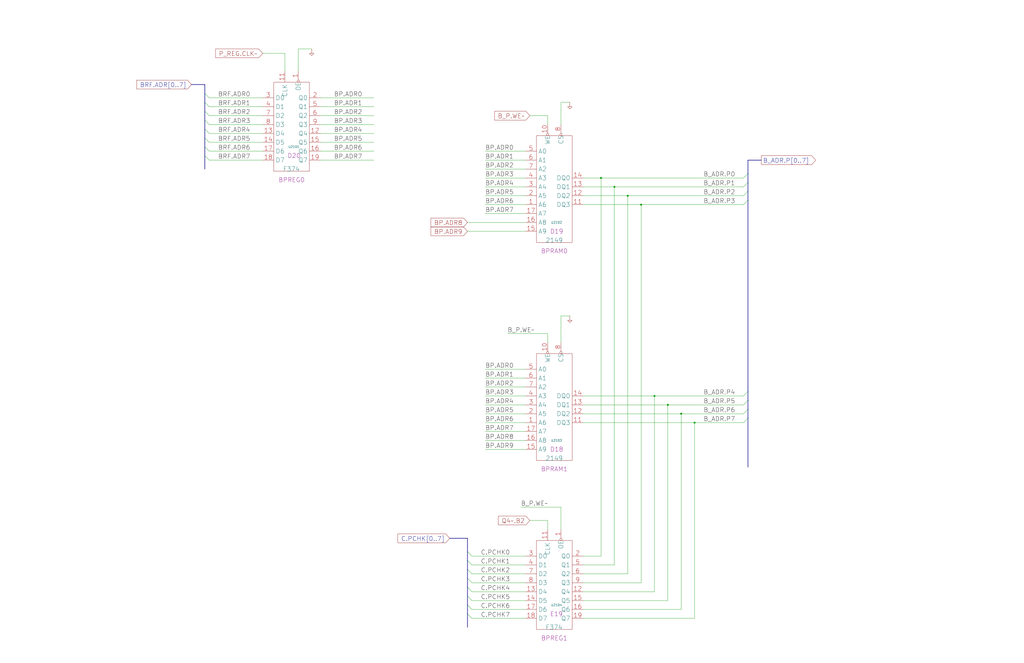
<source format=kicad_sch>
(kicad_sch (version 20230121) (generator eeschema)
  (paper "User" 584.2 378.46)
  (title_block (title "REGISTER FILE B PARITY") (date "15-MAR-90") (rev "1.0") (comment 1 "TYPE") (comment 2 "232-003062") (comment 3 "S400") (comment 4 "RELEASED"))
  (lib_symbols
    (symbol "r1000:2149" (pin_names (offset 1.016))
      (property "Reference" "U" (at 2.54 5.08 0))
      (property "Value" "2149" (at -3.81 -5.08 0))
      (property "Location" "___" (at -1.27 0 0))
      (property "Name" "______" (at 1.27 -12.7 0))
      (symbol "2149_1_1"
        (rectangle (start -8.89 54.61) (end 11.43 -6.35))
        (circle (center -2.54 55.245) (radius 0.635))
        (circle (center 5.08 55.245) (radius 0.635))
        (pin input line (at -15.24 15.24 0) (length 6.35) (name "A6") (number "1"))
        (pin input line (at -2.54 60.96 270) (length 5.08) (name "WE") (number "10"))
        (pin bidirectional line (at 17.78 15.24 180) (length 6.35) (name "DQ3") (number "11"))
        (pin bidirectional line (at 17.78 20.32 180) (length 6.35) (name "DQ2") (number "12"))
        (pin bidirectional line (at 17.78 25.4 180) (length 6.35) (name "DQ1") (number "13"))
        (pin bidirectional line (at 17.78 30.48 180) (length 6.35) (name "DQ0") (number "14"))
        (pin input line (at -15.24 0 0) (length 6.35) (name "A9") (number "15"))
        (pin input line (at -15.24 5.08 0) (length 6.35) (name "A8") (number "16"))
        (pin input line (at -15.24 10.16 0) (length 6.35) (name "A7") (number "17"))
        (pin input line (at -15.24 20.32 0) (length 6.35) (name "A5") (number "2"))
        (pin input line (at -15.24 25.4 0) (length 6.35) (name "A4") (number "3"))
        (pin input line (at -15.24 30.48 0) (length 6.35) (name "A3") (number "4"))
        (pin input line (at -15.24 45.72 0) (length 6.35) (name "A0") (number "5"))
        (pin input line (at -15.24 40.64 0) (length 6.35) (name "A1") (number "6"))
        (pin input line (at -15.24 35.56 0) (length 6.35) (name "A2") (number "7"))
        (pin input line (at 5.08 60.96 270) (length 5.08) (name "CS") (number "8"))
      )
    )
    (symbol "r1000:F374" (pin_names (offset 1.016))
      (property "Reference" "U" (at 2.54 5.08 0))
      (property "Value" "F374" (at -3.81 -7.62 0))
      (property "Location" "___" (at -1.27 0 0))
      (property "Name" "______" (at 1.27 -15.24 0))
      (symbol "F374_1_1"
        (rectangle (start -8.89 41.91) (end 11.43 -8.89))
        (circle (center 5.08 42.545) (radius 0.635))
        (pin input line (at 5.08 48.26 270) (length 5.08) (name "OE") (number "1"))
        (pin input line (at -2.54 48.26 270) (length 6.35) (name "CLK") (number "11"))
        (pin tri_state line (at 17.78 12.7 180) (length 6.35) (name "Q4") (number "12"))
        (pin input line (at -15.24 12.7 0) (length 6.35) (name "D4") (number "13"))
        (pin input line (at -15.24 7.62 0) (length 6.35) (name "D5") (number "14"))
        (pin tri_state line (at 17.78 7.62 180) (length 6.35) (name "Q5") (number "15"))
        (pin tri_state line (at 17.78 2.54 180) (length 6.35) (name "Q6") (number "16"))
        (pin input line (at -15.24 2.54 0) (length 6.35) (name "D6") (number "17"))
        (pin input line (at -15.24 -2.54 0) (length 6.35) (name "D7") (number "18"))
        (pin tri_state line (at 17.78 -2.54 180) (length 6.35) (name "Q7") (number "19"))
        (pin tri_state line (at 17.78 33.02 180) (length 6.35) (name "Q0") (number "2"))
        (pin input line (at -15.24 33.02 0) (length 6.35) (name "D0") (number "3"))
        (pin input line (at -15.24 27.94 0) (length 6.35) (name "D1") (number "4"))
        (pin tri_state line (at 17.78 27.94 180) (length 6.35) (name "Q1") (number "5"))
        (pin tri_state line (at 17.78 22.86 180) (length 6.35) (name "Q2") (number "6"))
        (pin input line (at -15.24 22.86 0) (length 6.35) (name "D2") (number "7"))
        (pin input line (at -15.24 17.78 0) (length 6.35) (name "D3") (number "8"))
        (pin tri_state line (at 17.78 17.78 180) (length 6.35) (name "Q3") (number "9"))
      )
    )
    (symbol "r1000:PD" (power) (pin_numbers hide) (pin_names hide) (in_bom no)
      (symbol "PD_0_1"
        (polyline (pts (xy 0 -2.54) (xy 1.27 -2.54) (xy 0 -3.81) (xy -1.27 -2.54) (xy 0 -2.54)) (stroke (width 0.1524)))
      )
      (symbol "PD_1_1"
        (pin power_in line (at 0 0 270) (length 2.54) (name "PD") (number "1"))
      )
    )
  )
  (junction (at 388.62 236.22))
  (junction (at 342.9 101.6))
  (junction (at 365.76 116.84))
  (junction (at 373.38 226.06))
  (junction (at 381 231.14))
  (junction (at 396.24 241.3))
  (junction (at 350.52 106.68))
  (junction (at 358.14 111.76))
  (bus_entry (at 116.84 83.82) (size 2.54 2.54))
  (bus_entry (at 116.84 68.58) (size 2.54 2.54))
  (bus_entry (at 266.7 345.44) (size 2.54 2.54))
  (bus_entry (at 426.72 99.06) (size -2.54 2.54))
  (bus_entry (at 116.84 88.9) (size 2.54 2.54))
  (bus_entry (at 116.84 53.34) (size 2.54 2.54))
  (bus_entry (at 426.72 104.14) (size -2.54 2.54))
  (bus_entry (at 116.84 73.66) (size 2.54 2.54))
  (bus_entry (at 266.7 350.52) (size 2.54 2.54))
  (bus_entry (at 116.84 58.42) (size 2.54 2.54))
  (bus_entry (at 426.72 228.6) (size -2.54 2.54))
  (bus_entry (at 426.72 233.68) (size -2.54 2.54))
  (bus_entry (at 426.72 109.22) (size -2.54 2.54))
  (bus_entry (at 266.7 314.96) (size 2.54 2.54))
  (bus_entry (at 266.7 330.2) (size 2.54 2.54))
  (bus_entry (at 266.7 340.36) (size 2.54 2.54))
  (bus_entry (at 116.84 63.5) (size 2.54 2.54))
  (bus_entry (at 266.7 320.04) (size 2.54 2.54))
  (bus_entry (at 116.84 78.74) (size 2.54 2.54))
  (bus_entry (at 266.7 335.28) (size 2.54 2.54))
  (bus_entry (at 426.72 223.52) (size -2.54 2.54))
  (bus_entry (at 426.72 114.3) (size -2.54 2.54))
  (bus_entry (at 426.72 238.76) (size -2.54 2.54))
  (bus_entry (at 266.7 325.12) (size 2.54 2.54))
  (bus (pts (xy 426.72 223.52) (xy 426.72 228.6)))
  (wire (pts (xy 119.38 66.04) (xy 149.86 66.04)))
  (wire (pts (xy 396.24 353.06) (xy 396.24 241.3)))
  (wire (pts (xy 276.86 226.06) (xy 299.72 226.06)))
  (wire (pts (xy 332.74 101.6) (xy 342.9 101.6)))
  (wire (pts (xy 276.86 101.6) (xy 299.72 101.6)))
  (wire (pts (xy 182.88 91.44) (xy 213.36 91.44)))
  (bus (pts (xy 116.84 88.9) (xy 116.84 96.52)))
  (wire (pts (xy 358.14 327.66) (xy 358.14 111.76)))
  (wire (pts (xy 332.74 342.9) (xy 381 342.9)))
  (wire (pts (xy 182.88 76.2) (xy 213.36 76.2)))
  (wire (pts (xy 276.86 106.68) (xy 299.72 106.68)))
  (wire (pts (xy 332.74 322.58) (xy 350.52 322.58)))
  (bus (pts (xy 266.7 307.34) (xy 266.7 314.96)))
  (wire (pts (xy 312.42 297.18) (xy 302.26 297.18)))
  (bus (pts (xy 426.72 104.14) (xy 426.72 109.22)))
  (bus (pts (xy 426.72 114.3) (xy 426.72 223.52)))
  (wire (pts (xy 342.9 317.5) (xy 342.9 101.6)))
  (wire (pts (xy 269.24 347.98) (xy 299.72 347.98)))
  (wire (pts (xy 266.7 132.08) (xy 299.72 132.08)))
  (bus (pts (xy 116.84 58.42) (xy 116.84 63.5)))
  (wire (pts (xy 269.24 353.06) (xy 299.72 353.06)))
  (wire (pts (xy 269.24 327.66) (xy 299.72 327.66)))
  (wire (pts (xy 320.04 58.42) (xy 325.12 58.42)))
  (wire (pts (xy 182.88 71.12) (xy 213.36 71.12)))
  (wire (pts (xy 269.24 332.74) (xy 299.72 332.74)))
  (wire (pts (xy 373.38 226.06) (xy 424.18 226.06)))
  (wire (pts (xy 332.74 347.98) (xy 388.62 347.98)))
  (bus (pts (xy 426.72 109.22) (xy 426.72 114.3)))
  (bus (pts (xy 116.84 78.74) (xy 116.84 83.82)))
  (wire (pts (xy 365.76 116.84) (xy 424.18 116.84)))
  (wire (pts (xy 396.24 241.3) (xy 424.18 241.3)))
  (wire (pts (xy 276.86 121.92) (xy 299.72 121.92)))
  (bus (pts (xy 266.7 330.2) (xy 266.7 335.28)))
  (bus (pts (xy 266.7 320.04) (xy 266.7 325.12)))
  (wire (pts (xy 170.18 27.94) (xy 170.18 40.64)))
  (wire (pts (xy 182.88 66.04) (xy 213.36 66.04)))
  (wire (pts (xy 332.74 353.06) (xy 396.24 353.06)))
  (wire (pts (xy 332.74 106.68) (xy 350.52 106.68)))
  (wire (pts (xy 162.56 40.64) (xy 162.56 30.48)))
  (wire (pts (xy 320.04 180.34) (xy 325.12 180.34)))
  (wire (pts (xy 276.86 215.9) (xy 299.72 215.9)))
  (bus (pts (xy 116.84 53.34) (xy 116.84 58.42)))
  (wire (pts (xy 350.52 322.58) (xy 350.52 106.68)))
  (wire (pts (xy 276.86 251.46) (xy 299.72 251.46)))
  (bus (pts (xy 266.7 325.12) (xy 266.7 330.2)))
  (wire (pts (xy 332.74 111.76) (xy 358.14 111.76)))
  (wire (pts (xy 358.14 111.76) (xy 424.18 111.76)))
  (wire (pts (xy 276.86 86.36) (xy 299.72 86.36)))
  (bus (pts (xy 116.84 48.26) (xy 116.84 53.34)))
  (bus (pts (xy 116.84 63.5) (xy 116.84 68.58)))
  (wire (pts (xy 276.86 116.84) (xy 299.72 116.84)))
  (wire (pts (xy 276.86 231.14) (xy 299.72 231.14)))
  (wire (pts (xy 332.74 226.06) (xy 373.38 226.06)))
  (wire (pts (xy 332.74 231.14) (xy 381 231.14)))
  (wire (pts (xy 332.74 116.84) (xy 365.76 116.84)))
  (wire (pts (xy 276.86 210.82) (xy 299.72 210.82)))
  (wire (pts (xy 312.42 66.04) (xy 302.26 66.04)))
  (wire (pts (xy 365.76 332.74) (xy 365.76 116.84)))
  (wire (pts (xy 269.24 322.58) (xy 299.72 322.58)))
  (wire (pts (xy 312.42 71.12) (xy 312.42 66.04)))
  (bus (pts (xy 426.72 233.68) (xy 426.72 238.76)))
  (bus (pts (xy 109.22 48.26) (xy 116.84 48.26)))
  (wire (pts (xy 320.04 71.12) (xy 320.04 58.42)))
  (bus (pts (xy 266.7 314.96) (xy 266.7 320.04)))
  (bus (pts (xy 426.72 238.76) (xy 426.72 266.7)))
  (wire (pts (xy 388.62 236.22) (xy 424.18 236.22)))
  (wire (pts (xy 373.38 337.82) (xy 373.38 226.06)))
  (wire (pts (xy 276.86 246.38) (xy 299.72 246.38)))
  (wire (pts (xy 332.74 332.74) (xy 365.76 332.74)))
  (wire (pts (xy 276.86 241.3) (xy 299.72 241.3)))
  (wire (pts (xy 182.88 60.96) (xy 213.36 60.96)))
  (wire (pts (xy 276.86 111.76) (xy 299.72 111.76)))
  (wire (pts (xy 182.88 81.28) (xy 213.36 81.28)))
  (wire (pts (xy 332.74 241.3) (xy 396.24 241.3)))
  (bus (pts (xy 426.72 91.44) (xy 426.72 99.06)))
  (wire (pts (xy 332.74 317.5) (xy 342.9 317.5)))
  (bus (pts (xy 426.72 228.6) (xy 426.72 233.68)))
  (wire (pts (xy 350.52 106.68) (xy 424.18 106.68)))
  (wire (pts (xy 276.86 256.54) (xy 299.72 256.54)))
  (wire (pts (xy 276.86 96.52) (xy 299.72 96.52)))
  (bus (pts (xy 266.7 340.36) (xy 266.7 345.44)))
  (wire (pts (xy 119.38 76.2) (xy 149.86 76.2)))
  (wire (pts (xy 381 231.14) (xy 424.18 231.14)))
  (wire (pts (xy 119.38 55.88) (xy 149.86 55.88)))
  (wire (pts (xy 276.86 91.44) (xy 299.72 91.44)))
  (bus (pts (xy 116.84 73.66) (xy 116.84 78.74)))
  (bus (pts (xy 266.7 345.44) (xy 266.7 350.52)))
  (wire (pts (xy 276.86 220.98) (xy 299.72 220.98)))
  (wire (pts (xy 119.38 60.96) (xy 149.86 60.96)))
  (bus (pts (xy 266.7 350.52) (xy 266.7 358.14)))
  (bus (pts (xy 266.7 335.28) (xy 266.7 340.36)))
  (wire (pts (xy 312.42 302.26) (xy 312.42 297.18)))
  (wire (pts (xy 119.38 86.36) (xy 149.86 86.36)))
  (wire (pts (xy 381 342.9) (xy 381 231.14)))
  (bus (pts (xy 426.72 99.06) (xy 426.72 104.14)))
  (wire (pts (xy 332.74 236.22) (xy 388.62 236.22)))
  (wire (pts (xy 269.24 317.5) (xy 299.72 317.5)))
  (bus (pts (xy 426.72 91.44) (xy 434.34 91.44)))
  (wire (pts (xy 269.24 337.82) (xy 299.72 337.82)))
  (wire (pts (xy 119.38 91.44) (xy 149.86 91.44)))
  (bus (pts (xy 256.54 307.34) (xy 266.7 307.34)))
  (wire (pts (xy 276.86 236.22) (xy 299.72 236.22)))
  (wire (pts (xy 162.56 30.48) (xy 149.86 30.48)))
  (wire (pts (xy 332.74 337.82) (xy 373.38 337.82)))
  (wire (pts (xy 182.88 55.88) (xy 213.36 55.88)))
  (wire (pts (xy 342.9 101.6) (xy 424.18 101.6)))
  (wire (pts (xy 332.74 327.66) (xy 358.14 327.66)))
  (wire (pts (xy 320.04 302.26) (xy 320.04 289.56)))
  (wire (pts (xy 266.7 127) (xy 299.72 127)))
  (wire (pts (xy 312.42 195.58) (xy 312.42 190.5)))
  (wire (pts (xy 119.38 81.28) (xy 149.86 81.28)))
  (wire (pts (xy 388.62 347.98) (xy 388.62 236.22)))
  (wire (pts (xy 119.38 71.12) (xy 149.86 71.12)))
  (wire (pts (xy 312.42 190.5) (xy 289.56 190.5)))
  (wire (pts (xy 182.88 86.36) (xy 213.36 86.36)))
  (wire (pts (xy 320.04 289.56) (xy 297.18 289.56)))
  (bus (pts (xy 116.84 83.82) (xy 116.84 88.9)))
  (wire (pts (xy 320.04 195.58) (xy 320.04 180.34)))
  (wire (pts (xy 177.8 27.94) (xy 170.18 27.94)))
  (wire (pts (xy 269.24 342.9) (xy 299.72 342.9)))
  (bus (pts (xy 116.84 68.58) (xy 116.84 73.66)))
  (label "BRF.ADR6" (at 124.46 86.36 0) (effects (font (size 2.54 2.54))))
  (label "BRF.ADR3" (at 124.46 71.12 0) (effects (font (size 2.54 2.54))))
  (label "BP.ADR2" (at 190.5 66.04 0) (effects (font (size 2.54 2.54))))
  (label "BP.ADR1" (at 276.86 91.44 0) (effects (font (size 2.54 2.54))))
  (label "BP.ADR0" (at 276.86 86.36 0) (effects (font (size 2.54 2.54))))
  (label "BP.ADR4" (at 276.86 106.68 0) (effects (font (size 2.54 2.54))))
  (label "BP.ADR4" (at 276.86 231.14 0) (effects (font (size 2.54 2.54))))
  (label "B_ADR.P2" (at 401.32 111.76 0) (effects (font (size 2.54 2.54))))
  (label "BP.ADR0" (at 276.86 210.82 0) (effects (font (size 2.54 2.54))))
  (label "BP.ADR0" (at 190.5 55.88 0) (effects (font (size 2.54 2.54))))
  (label "BP.ADR2" (at 276.86 96.52 0) (effects (font (size 2.54 2.54))))
  (label "BP.ADR5" (at 190.5 81.28 0) (effects (font (size 2.54 2.54))))
  (label "BP.ADR2" (at 276.86 220.98 0) (effects (font (size 2.54 2.54))))
  (label "BP.ADR3" (at 190.5 71.12 0) (effects (font (size 2.54 2.54))))
  (label "BP.ADR4" (at 190.5 76.2 0) (effects (font (size 2.54 2.54))))
  (label "BP.ADR1" (at 190.5 60.96 0) (effects (font (size 2.54 2.54))))
  (label "B_ADR.P6" (at 401.32 236.22 0) (effects (font (size 2.54 2.54))))
  (label "BRF.ADR7" (at 124.46 91.44 0) (effects (font (size 2.54 2.54))))
  (label "B_ADR.P3" (at 401.32 116.84 0) (effects (font (size 2.54 2.54))))
  (label "C.PCHK7" (at 274.32 353.06 0) (effects (font (size 2.54 2.54))))
  (label "BP.ADR6" (at 276.86 241.3 0) (effects (font (size 2.54 2.54))))
  (label "C.PCHK0" (at 274.32 317.5 0) (effects (font (size 2.54 2.54))))
  (label "B_P.WE~" (at 297.18 289.56 0) (effects (font (size 2.54 2.54))))
  (label "C.PCHK6" (at 274.32 347.98 0) (effects (font (size 2.54 2.54))))
  (label "C.PCHK3" (at 274.32 332.74 0) (effects (font (size 2.54 2.54))))
  (label "BP.ADR7" (at 276.86 121.92 0) (effects (font (size 2.54 2.54))))
  (label "BP.ADR3" (at 276.86 226.06 0) (effects (font (size 2.54 2.54))))
  (label "BP.ADR8" (at 276.86 251.46 0) (effects (font (size 2.54 2.54))))
  (label "BRF.ADR0" (at 124.46 55.88 0) (effects (font (size 2.54 2.54))))
  (label "C.PCHK5" (at 274.32 342.9 0) (effects (font (size 2.54 2.54))))
  (label "BP.ADR5" (at 276.86 111.76 0) (effects (font (size 2.54 2.54))))
  (label "B_ADR.P4" (at 401.32 226.06 0) (effects (font (size 2.54 2.54))))
  (label "BP.ADR5" (at 276.86 236.22 0) (effects (font (size 2.54 2.54))))
  (label "BP.ADR7" (at 276.86 246.38 0) (effects (font (size 2.54 2.54))))
  (label "BRF.ADR2" (at 124.46 66.04 0) (effects (font (size 2.54 2.54))))
  (label "B_ADR.P7" (at 401.32 241.3 0) (effects (font (size 2.54 2.54))))
  (label "C.PCHK2" (at 274.32 327.66 0) (effects (font (size 2.54 2.54))))
  (label "BP.ADR7" (at 190.5 91.44 0) (effects (font (size 2.54 2.54))))
  (label "BP.ADR6" (at 190.5 86.36 0) (effects (font (size 2.54 2.54))))
  (label "BRF.ADR4" (at 124.46 76.2 0) (effects (font (size 2.54 2.54))))
  (label "B_ADR.P0" (at 401.32 101.6 0) (effects (font (size 2.54 2.54))))
  (label "BP.ADR3" (at 276.86 101.6 0) (effects (font (size 2.54 2.54))))
  (label "BP.ADR6" (at 276.86 116.84 0) (effects (font (size 2.54 2.54))))
  (label "C.PCHK1" (at 274.32 322.58 0) (effects (font (size 2.54 2.54))))
  (label "B_ADR.P5" (at 401.32 231.14 0) (effects (font (size 2.54 2.54))))
  (label "BRF.ADR5" (at 124.46 81.28 0) (effects (font (size 2.54 2.54))))
  (label "B_ADR.P1" (at 401.32 106.68 0) (effects (font (size 2.54 2.54))))
  (label "BP.ADR1" (at 276.86 215.9 0) (effects (font (size 2.54 2.54))))
  (label "B_P.WE~" (at 289.56 190.5 0) (effects (font (size 2.54 2.54))))
  (label "BRF.ADR1" (at 124.46 60.96 0) (effects (font (size 2.54 2.54))))
  (label "BP.ADR9" (at 276.86 256.54 0) (effects (font (size 2.54 2.54))))
  (label "C.PCHK4" (at 274.32 337.82 0) (effects (font (size 2.54 2.54))))
  (global_label "B_P.WE~" (shape input) (at 302.26 66.04 180) (effects (font (size 2.54 2.54))) (property "Intersheetrefs" "${INTERSHEET_REFS}" (at 282.194 65.8813 0) (effects (font (size 1.905 1.905)) (justify right))))
  (global_label "BP.ADR8" (shape input) (at 266.7 127 180) (effects (font (size 2.54 2.54))) (property "Intersheetrefs" "${INTERSHEET_REFS}" (at 245.9083 126.8413 0) (effects (font (size 1.905 1.905)) (justify right))))
  (global_label "B_ADR.P[0..7]" (shape output) (at 434.34 91.44 0) (effects (font (size 2.54 2.54))) (property "Intersheetrefs" "${INTERSHEET_REFS}" (at 465.2917 91.2813 0) (effects (font (size 1.905 1.905)) (justify left))))
  (global_label "BP.ADR9" (shape input) (at 266.7 132.08 180) (effects (font (size 2.54 2.54))) (property "Intersheetrefs" "${INTERSHEET_REFS}" (at 245.9083 131.9213 0) (effects (font (size 1.905 1.905)) (justify right))))
  (global_label "BRF.ADR[0..7]" (shape input) (at 109.22 48.26 180) (effects (font (size 2.54 2.54))) (property "Intersheetrefs" "${INTERSHEET_REFS}" (at 78.0264 48.1013 0) (effects (font (size 1.905 1.905)) (justify right))))
  (global_label "P_REG.CLK~" (shape input) (at 149.86 30.48 180) (effects (font (size 2.54 2.54))) (property "Intersheetrefs" "${INTERSHEET_REFS}" (at 123.0207 30.3213 0) (effects (font (size 1.905 1.905)) (justify right))))
  (global_label "Q4~.B2" (shape input) (at 302.26 297.18 180) (effects (font (size 2.54 2.54))) (property "Intersheetrefs" "${INTERSHEET_REFS}" (at 284.3711 297.0213 0) (effects (font (size 1.905 1.905)) (justify right))))
  (global_label "C.PCHK[0..7]" (shape input) (at 256.54 307.34 180) (effects (font (size 2.54 2.54))) (property "Intersheetrefs" "${INTERSHEET_REFS}" (at 227.0397 307.1813 0) (effects (font (size 1.905 1.905)) (justify right))))
  (symbol (lib_id "r1000:F374") (at 165.1 88.9 0) (unit 1)
    (property "Reference" "U2101" (at 167.64 83.82 0))
    (property "Value" "F374" (at 161.29 96.52 0) (effects (font (size 2.54 2.54)) (justify left)))
    (property "Location" "D20" (at 163.83 88.9 0) (effects (font (size 2.54 2.54)) (justify left)))
    (property "Name" "BPREG0" (at 166.37 104.14 0) (effects (font (size 2.54 2.54)) (justify bottom)))
  )
  (symbol (lib_id "r1000:F374") (at 314.96 350.52 0) (unit 1)
    (property "Reference" "U2104" (at 317.5 345.44 0))
    (property "Value" "F374" (at 311.15 358.14 0) (effects (font (size 2.54 2.54)) (justify left)))
    (property "Location" "E19" (at 313.69 350.52 0) (effects (font (size 2.54 2.54)) (justify left)))
    (property "Name" "BPREG1" (at 316.23 365.76 0) (effects (font (size 2.54 2.54)) (justify bottom)))
  )
  (symbol (lib_id "r1000:2149") (at 314.96 256.54 0) (unit 1)
    (property "Reference" "U2103" (at 317.5 251.46 0))
    (property "Value" "2149" (at 311.15 261.62 0) (effects (font (size 2.54 2.54)) (justify left)))
    (property "Location" "D18" (at 313.69 256.54 0) (effects (font (size 2.54 2.54)) (justify left)))
    (property "Name" "BPRAM1" (at 316.23 269.24 0) (effects (font (size 2.54 2.54)) (justify bottom)))
  )
  (symbol (lib_id "r1000:2149") (at 314.96 132.08 0) (unit 1)
    (property "Reference" "U2102" (at 317.5 127 0))
    (property "Value" "2149" (at 311.15 137.16 0) (effects (font (size 2.54 2.54)) (justify left)))
    (property "Location" "D19" (at 313.69 132.08 0) (effects (font (size 2.54 2.54)) (justify left)))
    (property "Name" "BPRAM0" (at 316.23 144.78 0) (effects (font (size 2.54 2.54)) (justify bottom)))
  )
  (symbol (lib_id "r1000:PD") (at 325.12 180.34 0) (unit 1) (in_bom no)
    (property "Reference" "#PWR02102" (effects hide))
    (property "Value" "PD" (effects hide))
  )
  (symbol (lib_id "r1000:PD") (at 177.8 27.94 0) (unit 1) (in_bom no)
    (property "Reference" "#PWR0119" (effects hide))
    (property "Value" "PD" (effects hide))
  )
  (symbol (lib_id "r1000:PD") (at 325.12 58.42 0) (unit 1) (in_bom no)
    (property "Reference" "#PWR02101" (effects hide))
    (property "Value" "PD" (effects hide))
  )
)
</source>
